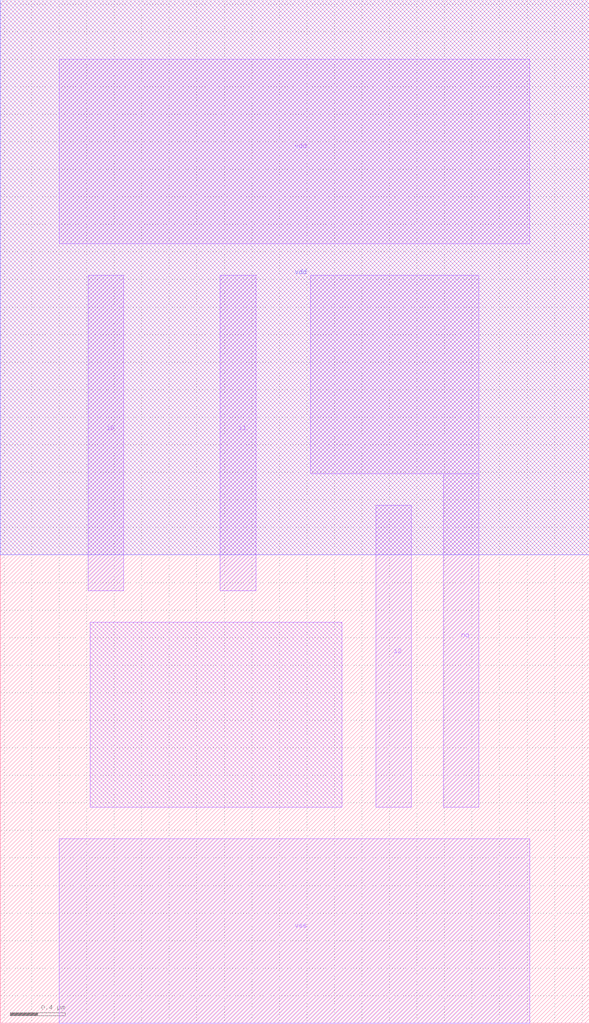
<source format=lef>
VERSION 5.7 ;
  NOWIREEXTENSIONATPIN ON ;
  DIVIDERCHAR "/" ;
  BUSBITCHARS "[]" ;
MACRO or21nand_x1
  CLASS BLOCK ;
  FOREIGN or21nand_x1 ;
  ORIGIN 0.430 0.000 ;
  SIZE 4.280 BY 7.430 ;
  PIN vdd
    ANTENNADIFFAREA 3.329900 ;
    PORT
      LAYER Nwell ;
        RECT -0.430 3.400 3.850 7.430 ;
      LAYER Metal1 ;
        RECT 0.000 5.660 3.420 7.000 ;
    END
  END vdd
  PIN vss
    ANTENNADIFFAREA 2.105400 ;
    PORT
      LAYER Metal1 ;
        RECT 0.000 0.000 3.420 1.340 ;
    END
  END vss
  PIN i0
    ANTENNAGATEAREA 1.106000 ;
    PORT
      LAYER Metal1 ;
        RECT 0.210 3.140 0.470 5.430 ;
    END
  END i0
  PIN i1
    ANTENNAGATEAREA 1.106000 ;
    PORT
      LAYER Metal1 ;
        RECT 1.170 3.140 1.430 5.430 ;
    END
  END i1
  PIN nq
    ANTENNADIFFAREA 2.241500 ;
    PORT
      LAYER Metal1 ;
        RECT 1.825 3.990 3.050 5.430 ;
        RECT 2.790 1.570 3.050 3.990 ;
    END
  END nq
  PIN i2
    ANTENNAGATEAREA 1.106000 ;
    PORT
      LAYER Metal1 ;
        RECT 2.300 1.570 2.560 3.760 ;
    END
  END i2
  OBS
      LAYER Metal1 ;
        RECT 0.225 1.570 2.055 2.910 ;
  END
END or21nand_x1
END LIBRARY


</source>
